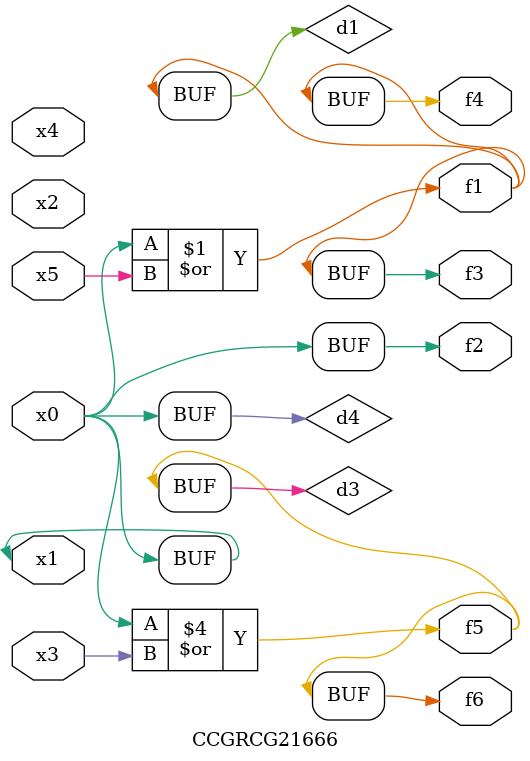
<source format=v>
module CCGRCG21666(
	input x0, x1, x2, x3, x4, x5,
	output f1, f2, f3, f4, f5, f6
);

	wire d1, d2, d3, d4;

	or (d1, x0, x5);
	xnor (d2, x1, x4);
	or (d3, x0, x3);
	buf (d4, x0, x1);
	assign f1 = d1;
	assign f2 = d4;
	assign f3 = d1;
	assign f4 = d1;
	assign f5 = d3;
	assign f6 = d3;
endmodule

</source>
